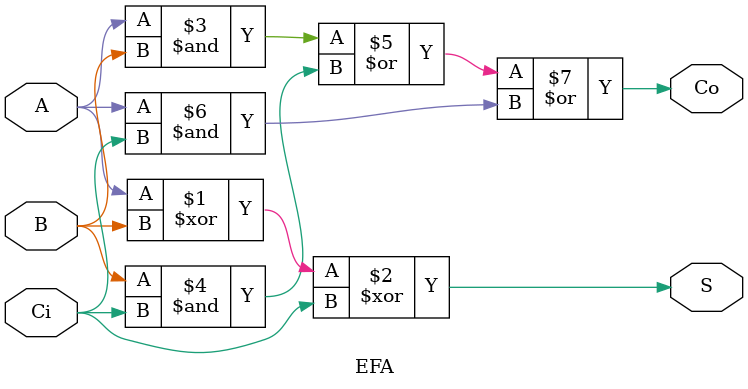
<source format=v>
module EFA (A,B,Ci,S,Co);
  input A,B,Ci;
  output S,Co;
  
  
  assign S=A^B^Ci;
  assign Co=((A&B)|(B&Ci)|(A&Ci));
  
endmodule
</source>
